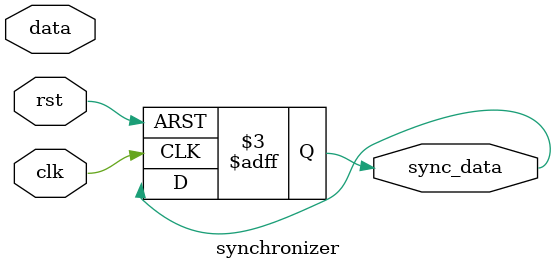
<source format=v>
module synchronizer
(
    input wire clk,
    input wire rst,

    input wire data,
    output reg sync_data
);



always @(posedge clk or negedge rst) begin
    if (!rst) begin
        sync_data <= 1'b0;
    end
    else begin
        
    end
end

endmodule
</source>
